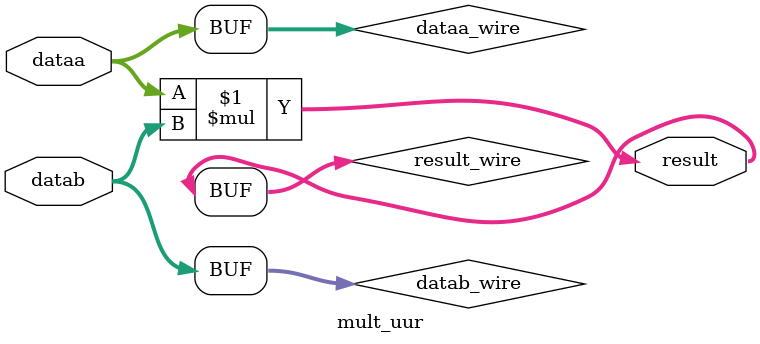
<source format=v>






//synthesis_resources = 
//synopsys translate_off
`timescale 1 ps / 1 ps
//synopsys translate_on
module  mult_uur
	( 
	dataa,
	datab,
	result) /* synthesis synthesis_clearbox=1 */;
	input   [7:0]  dataa;
	input   [7:0]  datab;
	output   [15:0]  result;

	wire signed	[7:0]    dataa_wire;
	wire signed	[7:0]    datab_wire;
	wire signed	[15:0]    result_wire;



	assign dataa_wire = dataa;
	assign datab_wire = datab;
	assign result_wire = dataa_wire * datab_wire;
	assign result = ({result_wire[15:0]});

endmodule //mult_uur
//VALID FILE

</source>
